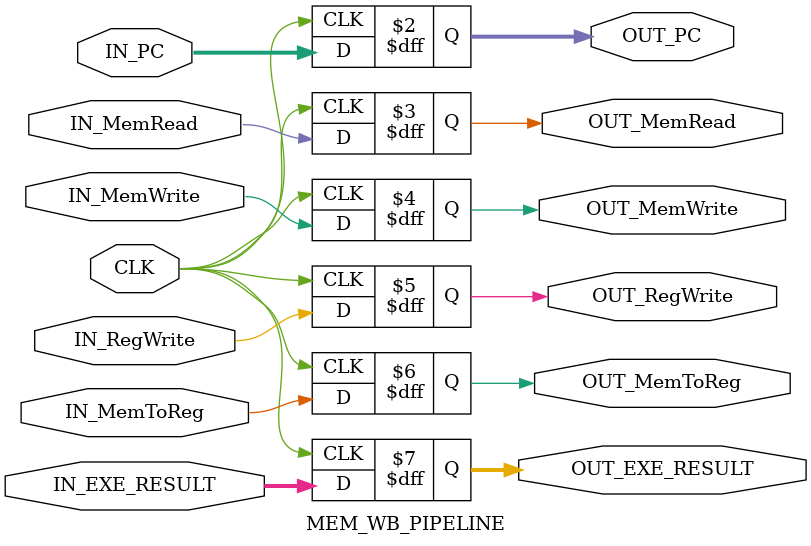
<source format=v>
`timescale 1ns / 1ps
module MEM_WB_PIPELINE(
    input CLK,
    input[31:0] IN_PC,
//    input  [5:0] IN_RD,
    output reg  [31:0] OUT_PC, 
//    output reg  [5:0] OUT_RD,
//    input   [1:0] IN_ALUOp,
//    input   IN_ALUSrc,
//    input   IN_Branch,
    input   IN_MemRead,
    input   IN_MemWrite,
    input   IN_RegWrite,
    input   IN_MemToReg,
//    output reg [1:0] OUT_ALUOp,
//    output reg OUT_ALUSrc,
//    output reg OUT_Branch,
    output reg OUT_MemRead,
    output reg OUT_MemWrite,
    output reg OUT_RegWrite,
    output reg OUT_MemToReg,
    input [31:0] IN_EXE_RESULT,
    output reg [31:0] OUT_EXE_RESULT
//    input IN_ZERO,
//    output reg OUT_ZERO,
//    input [31:0] IN_READ_DATA_1,
//    input [31:0] IN_READ_DATA_2
    );
    
    always@(negedge CLK) begin
        OUT_EXE_RESULT  <= IN_EXE_RESULT;
        OUT_PC          <= IN_PC;
        OUT_MemRead     <= IN_MemRead;
        OUT_MemWrite    <= IN_MemWrite;
        OUT_RegWrite    <= IN_RegWrite;
        OUT_MemToReg    <= IN_MemToReg;
        
    end
endmodule

</source>
